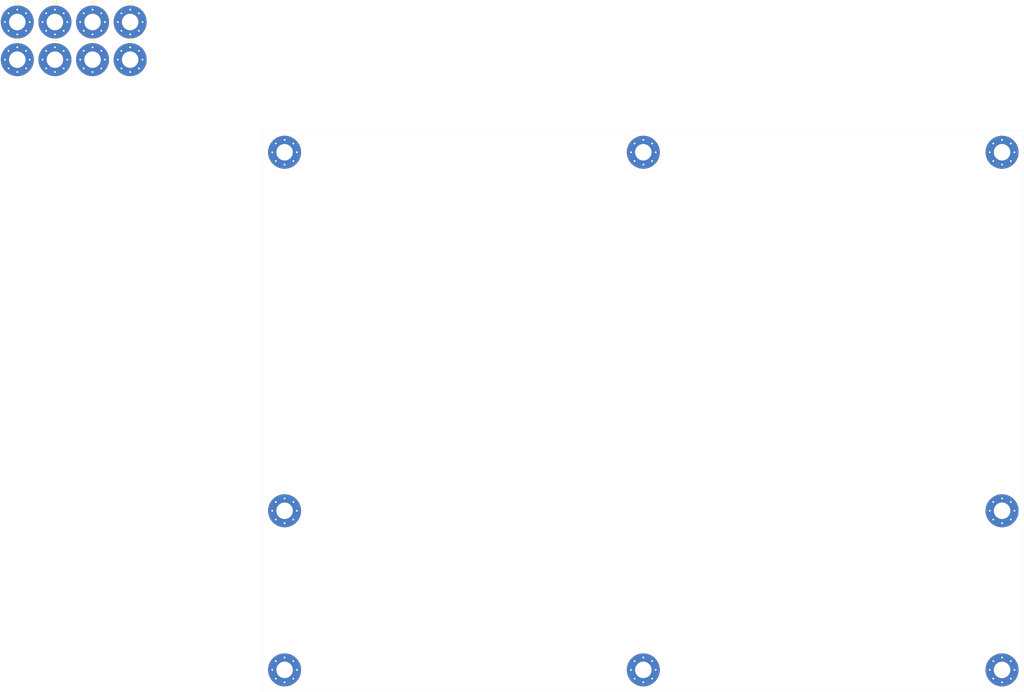
<source format=kicad_pcb>
(kicad_pcb (version 20240108) (generator "pcbnew") (generator_version "8.0")
  (layers (0 "F.Cu" signal) (31 "B.Cu" signal) (34 "B.Paste" user) (35 "F.Paste" user) (36 "B.SilkS" user "B.Silkscreen") (37 "F.SilkS" user "F.Silkscreen") (38 "B.Mask" user) (39 "F.Mask" user) (44 "Edge.Cuts" user))
  (net 0 "")
  (footprint "MountingHole:MountingHole_5.5mm_Pad_Via" (layer "F.Cu") (at 334.3148 168.8338)
    (property "Reference" "REF**" (hide yes))
    (property "Value" "MountingHole_5.5mm_Pad_Via" (hide yes))
    (pad "1" thru_hole circle (at -4.125 0) (size 0.9 0.9) (drill 0.6) (layers "*.Cu" "*.Mask"))
    (pad "1" thru_hole circle (at -2.926815 -2.926815) (size 0.9 0.9) (drill 0.6) (layers "*.Cu" "*.Mask"))
    (pad "1" thru_hole circle (at -2.926815 2.926815) (size 0.9 0.9) (drill 0.6) (layers "*.Cu" "*.Mask"))
    (pad "1" thru_hole circle (at 0 -4.125) (size 0.9 0.9) (drill 0.6) (layers "*.Cu" "*.Mask"))
    (pad "1" thru_hole circle (at 0 0) (size 11 11) (drill 5.5) (layers "*.Cu" "*.Mask"))
    (pad "1" thru_hole circle (at 0 4.125) (size 0.9 0.9) (drill 0.6) (layers "*.Cu" "*.Mask"))
    (pad "1" thru_hole circle (at 2.926815 -2.926815) (size 0.9 0.9) (drill 0.6) (layers "*.Cu" "*.Mask"))
    (pad "1" thru_hole circle (at 2.926815 2.926815) (size 0.9 0.9) (drill 0.6) (layers "*.Cu" "*.Mask"))
    (pad "1" thru_hole circle (at 4.125 0) (size 0.9 0.9) (drill 0.6) (layers "*.Cu" "*.Mask"))
  )
  (footprint "MountingHole:MountingHole_5.5mm_Pad_Via" (layer "F.Cu") (at 30.875 5.775)
    (property "Reference" "H5" (at 0 -6.5 0) (layer "F.SilkS"))
    (property "Value" "MountingHole")
    (pad "1" thru_hole circle (at -4.125 0) (size 0.9 0.9) (drill 0.6) (layers "*.Cu" "*.Mask"))
    (pad "1" thru_hole circle (at -2.926815 -2.926815) (size 0.9 0.9) (drill 0.6) (layers "*.Cu" "*.Mask"))
    (pad "1" thru_hole circle (at -2.926815 2.926815) (size 0.9 0.9) (drill 0.6) (layers "*.Cu" "*.Mask"))
    (pad "1" thru_hole circle (at 0 -4.125) (size 0.9 0.9) (drill 0.6) (layers "*.Cu" "*.Mask"))
    (pad "1" thru_hole circle (at 0 0) (size 11 11) (drill 5.5) (layers "*.Cu" "*.Mask"))
    (pad "1" thru_hole circle (at 0 4.125) (size 0.9 0.9) (drill 0.6) (layers "*.Cu" "*.Mask"))
    (pad "1" thru_hole circle (at 2.926815 -2.926815) (size 0.9 0.9) (drill 0.6) (layers "*.Cu" "*.Mask"))
    (pad "1" thru_hole circle (at 2.926815 2.926815) (size 0.9 0.9) (drill 0.6) (layers "*.Cu" "*.Mask"))
    (pad "1" thru_hole circle (at 4.125 0) (size 0.9 0.9) (drill 0.6) (layers "*.Cu" "*.Mask"))
  )
  (footprint "MountingHole:MountingHole_5.5mm_Pad_Via" (layer "F.Cu") (at 94.9452 49.2252)
    (property "Reference" "REF**" (hide yes))
    (property "Value" "MountingHole_5.5mm_Pad_Via" (hide yes))
    (pad "1" thru_hole circle (at -4.125 0) (size 0.9 0.9) (drill 0.6) (layers "*.Cu" "*.Mask"))
    (pad "1" thru_hole circle (at -2.926815 -2.926815) (size 0.9 0.9) (drill 0.6) (layers "*.Cu" "*.Mask"))
    (pad "1" thru_hole circle (at -2.926815 2.926815) (size 0.9 0.9) (drill 0.6) (layers "*.Cu" "*.Mask"))
    (pad "1" thru_hole circle (at 0 -4.125) (size 0.9 0.9) (drill 0.6) (layers "*.Cu" "*.Mask"))
    (pad "1" thru_hole circle (at 0 0) (size 11 11) (drill 5.5) (layers "*.Cu" "*.Mask"))
    (pad "1" thru_hole circle (at 0 4.125) (size 0.9 0.9) (drill 0.6) (layers "*.Cu" "*.Mask"))
    (pad "1" thru_hole circle (at 2.926815 -2.926815) (size 0.9 0.9) (drill 0.6) (layers "*.Cu" "*.Mask"))
    (pad "1" thru_hole circle (at 2.926815 2.926815) (size 0.9 0.9) (drill 0.6) (layers "*.Cu" "*.Mask"))
    (pad "1" thru_hole circle (at 4.125 0) (size 0.9 0.9) (drill 0.6) (layers "*.Cu" "*.Mask"))
  )
  (footprint "MountingHole:MountingHole_5.5mm_Pad_Via" (layer "F.Cu") (at 334.3148 49.2252)
    (property "Reference" "REF**" (hide yes))
    (property "Value" "MountingHole_5.5mm_Pad_Via" (hide yes))
    (pad "1" thru_hole circle (at -4.125 0) (size 0.9 0.9) (drill 0.6) (layers "*.Cu" "*.Mask"))
    (pad "1" thru_hole circle (at -2.926815 -2.926815) (size 0.9 0.9) (drill 0.6) (layers "*.Cu" "*.Mask"))
    (pad "1" thru_hole circle (at -2.926815 2.926815) (size 0.9 0.9) (drill 0.6) (layers "*.Cu" "*.Mask"))
    (pad "1" thru_hole circle (at 0 -4.125) (size 0.9 0.9) (drill 0.6) (layers "*.Cu" "*.Mask"))
    (pad "1" thru_hole circle (at 0 0) (size 11 11) (drill 5.5) (layers "*.Cu" "*.Mask"))
    (pad "1" thru_hole circle (at 0 4.125) (size 0.9 0.9) (drill 0.6) (layers "*.Cu" "*.Mask"))
    (pad "1" thru_hole circle (at 2.926815 -2.926815) (size 0.9 0.9) (drill 0.6) (layers "*.Cu" "*.Mask"))
    (pad "1" thru_hole circle (at 2.926815 2.926815) (size 0.9 0.9) (drill 0.6) (layers "*.Cu" "*.Mask"))
    (pad "1" thru_hole circle (at 4.125 0) (size 0.9 0.9) (drill 0.6) (layers "*.Cu" "*.Mask"))
  )
  (footprint "MountingHole:MountingHole_5.5mm_Pad_Via" (layer "F.Cu") (at 214.63 221.9198)
    (property "Reference" "REF**" (hide yes))
    (property "Value" "MountingHole_5.5mm_Pad_Via" (hide yes))
    (pad "1" thru_hole circle (at -4.125 0) (size 0.9 0.9) (drill 0.6) (layers "*.Cu" "*.Mask"))
    (pad "1" thru_hole circle (at -2.926815 -2.926815) (size 0.9 0.9) (drill 0.6) (layers "*.Cu" "*.Mask"))
    (pad "1" thru_hole circle (at -2.926815 2.926815) (size 0.9 0.9) (drill 0.6) (layers "*.Cu" "*.Mask"))
    (pad "1" thru_hole circle (at 0 -4.125) (size 0.9 0.9) (drill 0.6) (layers "*.Cu" "*.Mask"))
    (pad "1" thru_hole circle (at 0 0) (size 11 11) (drill 5.5) (layers "*.Cu" "*.Mask"))
    (pad "1" thru_hole circle (at 0 4.125) (size 0.9 0.9) (drill 0.6) (layers "*.Cu" "*.Mask"))
    (pad "1" thru_hole circle (at 2.926815 -2.926815) (size 0.9 0.9) (drill 0.6) (layers "*.Cu" "*.Mask"))
    (pad "1" thru_hole circle (at 2.926815 2.926815) (size 0.9 0.9) (drill 0.6) (layers "*.Cu" "*.Mask"))
    (pad "1" thru_hole circle (at 4.125 0) (size 0.9 0.9) (drill 0.6) (layers "*.Cu" "*.Mask"))
  )
  (footprint "MountingHole:MountingHole_5.5mm_Pad_Via" (layer "F.Cu") (at 214.63 49.2252)
    (property "Reference" "REF**" (hide yes))
    (property "Value" "MountingHole_5.5mm_Pad_Via" (hide yes))
    (pad "1" thru_hole circle (at -4.125 0) (size 0.9 0.9) (drill 0.6) (layers "*.Cu" "*.Mask"))
    (pad "1" thru_hole circle (at -2.926815 -2.926815) (size 0.9 0.9) (drill 0.6) (layers "*.Cu" "*.Mask"))
    (pad "1" thru_hole circle (at -2.926815 2.926815) (size 0.9 0.9) (drill 0.6) (layers "*.Cu" "*.Mask"))
    (pad "1" thru_hole circle (at 0 -4.125) (size 0.9 0.9) (drill 0.6) (layers "*.Cu" "*.Mask"))
    (pad "1" thru_hole circle (at 0 0) (size 11 11) (drill 5.5) (layers "*.Cu" "*.Mask"))
    (pad "1" thru_hole circle (at 0 4.125) (size 0.9 0.9) (drill 0.6) (layers "*.Cu" "*.Mask"))
    (pad "1" thru_hole circle (at 2.926815 -2.926815) (size 0.9 0.9) (drill 0.6) (layers "*.Cu" "*.Mask"))
    (pad "1" thru_hole circle (at 2.926815 2.926815) (size 0.9 0.9) (drill 0.6) (layers "*.Cu" "*.Mask"))
    (pad "1" thru_hole circle (at 4.125 0) (size 0.9 0.9) (drill 0.6) (layers "*.Cu" "*.Mask"))
  )
  (footprint "MountingHole:MountingHole_5.5mm_Pad_Via" (layer "F.Cu") (at 94.9452 168.8338)
    (property "Reference" "REF**" (hide yes))
    (property "Value" "MountingHole_5.5mm_Pad_Via" (hide yes))
    (pad "1" thru_hole circle (at -4.125 0) (size 0.9 0.9) (drill 0.6) (layers "*.Cu" "*.Mask"))
    (pad "1" thru_hole circle (at -2.926815 -2.926815) (size 0.9 0.9) (drill 0.6) (layers "*.Cu" "*.Mask"))
    (pad "1" thru_hole circle (at -2.926815 2.926815) (size 0.9 0.9) (drill 0.6) (layers "*.Cu" "*.Mask"))
    (pad "1" thru_hole circle (at 0 -4.125) (size 0.9 0.9) (drill 0.6) (layers "*.Cu" "*.Mask"))
    (pad "1" thru_hole circle (at 0 0) (size 11 11) (drill 5.5) (layers "*.Cu" "*.Mask"))
    (pad "1" thru_hole circle (at 0 4.125) (size 0.9 0.9) (drill 0.6) (layers "*.Cu" "*.Mask"))
    (pad "1" thru_hole circle (at 2.926815 -2.926815) (size 0.9 0.9) (drill 0.6) (layers "*.Cu" "*.Mask"))
    (pad "1" thru_hole circle (at 2.926815 2.926815) (size 0.9 0.9) (drill 0.6) (layers "*.Cu" "*.Mask"))
    (pad "1" thru_hole circle (at 4.125 0) (size 0.9 0.9) (drill 0.6) (layers "*.Cu" "*.Mask"))
  )
  (footprint "MountingHole:MountingHole_5.5mm_Pad_Via" (layer "F.Cu") (at 30.875 18.325)
    (property "Reference" "H6" (at 0 -6.5 0) (layer "F.SilkS"))
    (property "Value" "MountingHole")
    (pad "1" thru_hole circle (at -4.125 0) (size 0.9 0.9) (drill 0.6) (layers "*.Cu" "*.Mask"))
    (pad "1" thru_hole circle (at -2.926815 -2.926815) (size 0.9 0.9) (drill 0.6) (layers "*.Cu" "*.Mask"))
    (pad "1" thru_hole circle (at -2.926815 2.926815) (size 0.9 0.9) (drill 0.6) (layers "*.Cu" "*.Mask"))
    (pad "1" thru_hole circle (at 0 -4.125) (size 0.9 0.9) (drill 0.6) (layers "*.Cu" "*.Mask"))
    (pad "1" thru_hole circle (at 0 0) (size 11 11) (drill 5.5) (layers "*.Cu" "*.Mask"))
    (pad "1" thru_hole circle (at 0 4.125) (size 0.9 0.9) (drill 0.6) (layers "*.Cu" "*.Mask"))
    (pad "1" thru_hole circle (at 2.926815 -2.926815) (size 0.9 0.9) (drill 0.6) (layers "*.Cu" "*.Mask"))
    (pad "1" thru_hole circle (at 2.926815 2.926815) (size 0.9 0.9) (drill 0.6) (layers "*.Cu" "*.Mask"))
    (pad "1" thru_hole circle (at 4.125 0) (size 0.9 0.9) (drill 0.6) (layers "*.Cu" "*.Mask"))
  )
  (footprint "MountingHole:MountingHole_5.5mm_Pad_Via" (layer "F.Cu") (at 5.775 18.325)
    (property "Reference" "H2" (at 0 -6.5 0) (layer "F.SilkS"))
    (property "Value" "MountingHole")
    (pad "1" thru_hole circle (at -4.125 0) (size 0.9 0.9) (drill 0.6) (layers "*.Cu" "*.Mask"))
    (pad "1" thru_hole circle (at -2.926815 -2.926815) (size 0.9 0.9) (drill 0.6) (layers "*.Cu" "*.Mask"))
    (pad "1" thru_hole circle (at -2.926815 2.926815) (size 0.9 0.9) (drill 0.6) (layers "*.Cu" "*.Mask"))
    (pad "1" thru_hole circle (at 0 -4.125) (size 0.9 0.9) (drill 0.6) (layers "*.Cu" "*.Mask"))
    (pad "1" thru_hole circle (at 0 0) (size 11 11) (drill 5.5) (layers "*.Cu" "*.Mask"))
    (pad "1" thru_hole circle (at 0 4.125) (size 0.9 0.9) (drill 0.6) (layers "*.Cu" "*.Mask"))
    (pad "1" thru_hole circle (at 2.926815 -2.926815) (size 0.9 0.9) (drill 0.6) (layers "*.Cu" "*.Mask"))
    (pad "1" thru_hole circle (at 2.926815 2.926815) (size 0.9 0.9) (drill 0.6) (layers "*.Cu" "*.Mask"))
    (pad "1" thru_hole circle (at 4.125 0) (size 0.9 0.9) (drill 0.6) (layers "*.Cu" "*.Mask"))
  )
  (footprint "MountingHole:MountingHole_5.5mm_Pad_Via" (layer "F.Cu") (at 94.9452 221.9198)
    (property "Reference" "REF**" (hide yes))
    (property "Value" "MountingHole_5.5mm_Pad_Via" (hide yes))
    (pad "1" thru_hole circle (at -4.125 0) (size 0.9 0.9) (drill 0.6) (layers "*.Cu" "*.Mask"))
    (pad "1" thru_hole circle (at -2.926815 -2.926815) (size 0.9 0.9) (drill 0.6) (layers "*.Cu" "*.Mask"))
    (pad "1" thru_hole circle (at -2.926815 2.926815) (size 0.9 0.9) (drill 0.6) (layers "*.Cu" "*.Mask"))
    (pad "1" thru_hole circle (at 0 -4.125) (size 0.9 0.9) (drill 0.6) (layers "*.Cu" "*.Mask"))
    (pad "1" thru_hole circle (at 0 0) (size 11 11) (drill 5.5) (layers "*.Cu" "*.Mask"))
    (pad "1" thru_hole circle (at 0 4.125) (size 0.9 0.9) (drill 0.6) (layers "*.Cu" "*.Mask"))
    (pad "1" thru_hole circle (at 2.926815 -2.926815) (size 0.9 0.9) (drill 0.6) (layers "*.Cu" "*.Mask"))
    (pad "1" thru_hole circle (at 2.926815 2.926815) (size 0.9 0.9) (drill 0.6) (layers "*.Cu" "*.Mask"))
    (pad "1" thru_hole circle (at 4.125 0) (size 0.9 0.9) (drill 0.6) (layers "*.Cu" "*.Mask"))
  )
  (footprint "MountingHole:MountingHole_5.5mm_Pad_Via" (layer "F.Cu") (at 334.3148 221.9198)
    (property "Reference" "REF**" (hide yes))
    (property "Value" "MountingHole_5.5mm_Pad_Via" (hide yes))
    (pad "1" thru_hole circle (at -4.125 0) (size 0.9 0.9) (drill 0.6) (layers "*.Cu" "*.Mask"))
    (pad "1" thru_hole circle (at -2.926815 -2.926815) (size 0.9 0.9) (drill 0.6) (layers "*.Cu" "*.Mask"))
    (pad "1" thru_hole circle (at -2.926815 2.926815) (size 0.9 0.9) (drill 0.6) (layers "*.Cu" "*.Mask"))
    (pad "1" thru_hole circle (at 0 -4.125) (size 0.9 0.9) (drill 0.6) (layers "*.Cu" "*.Mask"))
    (pad "1" thru_hole circle (at 0 0) (size 11 11) (drill 5.5) (layers "*.Cu" "*.Mask"))
    (pad "1" thru_hole circle (at 0 4.125) (size 0.9 0.9) (drill 0.6) (layers "*.Cu" "*.Mask"))
    (pad "1" thru_hole circle (at 2.926815 -2.926815) (size 0.9 0.9) (drill 0.6) (layers "*.Cu" "*.Mask"))
    (pad "1" thru_hole circle (at 2.926815 2.926815) (size 0.9 0.9) (drill 0.6) (layers "*.Cu" "*.Mask"))
    (pad "1" thru_hole circle (at 4.125 0) (size 0.9 0.9) (drill 0.6) (layers "*.Cu" "*.Mask"))
  )
  (footprint "MountingHole:MountingHole_5.5mm_Pad_Via" (layer "F.Cu") (at 5.775 5.775)
    (property "Reference" "H1" (at 0 -6.5 0) (layer "F.SilkS"))
    (property "Value" "MountingHole")
    (pad "1" thru_hole circle (at -4.125 0) (size 0.9 0.9) (drill 0.6) (layers "*.Cu" "*.Mask"))
    (pad "1" thru_hole circle (at -2.926815 -2.926815) (size 0.9 0.9) (drill 0.6) (layers "*.Cu" "*.Mask"))
    (pad "1" thru_hole circle (at -2.926815 2.926815) (size 0.9 0.9) (drill 0.6) (layers "*.Cu" "*.Mask"))
    (pad "1" thru_hole circle (at 0 -4.125) (size 0.9 0.9) (drill 0.6) (layers "*.Cu" "*.Mask"))
    (pad "1" thru_hole circle (at 0 0) (size 11 11) (drill 5.5) (layers "*.Cu" "*.Mask"))
    (pad "1" thru_hole circle (at 0 4.125) (size 0.9 0.9) (drill 0.6) (layers "*.Cu" "*.Mask"))
    (pad "1" thru_hole circle (at 2.926815 -2.926815) (size 0.9 0.9) (drill 0.6) (layers "*.Cu" "*.Mask"))
    (pad "1" thru_hole circle (at 2.926815 2.926815) (size 0.9 0.9) (drill 0.6) (layers "*.Cu" "*.Mask"))
    (pad "1" thru_hole circle (at 4.125 0) (size 0.9 0.9) (drill 0.6) (layers "*.Cu" "*.Mask"))
  )
  (footprint "MountingHole:MountingHole_5.5mm_Pad_Via" (layer "F.Cu") (at 43.425 5.775)
    (property "Reference" "H7" (at 0 -6.5 0) (layer "F.SilkS"))
    (property "Value" "MountingHole")
    (pad "1" thru_hole circle (at -4.125 0) (size 0.9 0.9) (drill 0.6) (layers "*.Cu" "*.Mask"))
    (pad "1" thru_hole circle (at -2.926815 -2.926815) (size 0.9 0.9) (drill 0.6) (layers "*.Cu" "*.Mask"))
    (pad "1" thru_hole circle (at -2.926815 2.926815) (size 0.9 0.9) (drill 0.6) (layers "*.Cu" "*.Mask"))
    (pad "1" thru_hole circle (at 0 -4.125) (size 0.9 0.9) (drill 0.6) (layers "*.Cu" "*.Mask"))
    (pad "1" thru_hole circle (at 0 0) (size 11 11) (drill 5.5) (layers "*.Cu" "*.Mask"))
    (pad "1" thru_hole circle (at 0 4.125) (size 0.9 0.9) (drill 0.6) (layers "*.Cu" "*.Mask"))
    (pad "1" thru_hole circle (at 2.926815 -2.926815) (size 0.9 0.9) (drill 0.6) (layers "*.Cu" "*.Mask"))
    (pad "1" thru_hole circle (at 2.926815 2.926815) (size 0.9 0.9) (drill 0.6) (layers "*.Cu" "*.Mask"))
    (pad "1" thru_hole circle (at 4.125 0) (size 0.9 0.9) (drill 0.6) (layers "*.Cu" "*.Mask"))
  )
  (footprint "MountingHole:MountingHole_5.5mm_Pad_Via" (layer "F.Cu") (at 18.325 18.325)
    (property "Reference" "H4" (at 0 -6.5 0) (layer "F.SilkS"))
    (property "Value" "MountingHole")
    (pad "1" thru_hole circle (at -4.125 0) (size 0.9 0.9) (drill 0.6) (layers "*.Cu" "*.Mask"))
    (pad "1" thru_hole circle (at -2.926815 -2.926815) (size 0.9 0.9) (drill 0.6) (layers "*.Cu" "*.Mask"))
    (pad "1" thru_hole circle (at -2.926815 2.926815) (size 0.9 0.9) (drill 0.6) (layers "*.Cu" "*.Mask"))
    (pad "1" thru_hole circle (at 0 -4.125) (size 0.9 0.9) (drill 0.6) (layers "*.Cu" "*.Mask"))
    (pad "1" thru_hole circle (at 0 0) (size 11 11) (drill 5.5) (layers "*.Cu" "*.Mask"))
    (pad "1" thru_hole circle (at 0 4.125) (size 0.9 0.9) (drill 0.6) (layers "*.Cu" "*.Mask"))
    (pad "1" thru_hole circle (at 2.926815 -2.926815) (size 0.9 0.9) (drill 0.6) (layers "*.Cu" "*.Mask"))
    (pad "1" thru_hole circle (at 2.926815 2.926815) (size 0.9 0.9) (drill 0.6) (layers "*.Cu" "*.Mask"))
    (pad "1" thru_hole circle (at 4.125 0) (size 0.9 0.9) (drill 0.6) (layers "*.Cu" "*.Mask"))
  )
  (footprint "MountingHole:MountingHole_5.5mm_Pad_Via" (layer "F.Cu") (at 43.425 18.325)
    (property "Reference" "H8" (at 0 -6.5 0) (layer "F.SilkS"))
    (property "Value" "MountingHole")
    (pad "1" thru_hole circle (at -4.125 0) (size 0.9 0.9) (drill 0.6) (layers "*.Cu" "*.Mask"))
    (pad "1" thru_hole circle (at -2.926815 -2.926815) (size 0.9 0.9) (drill 0.6) (layers "*.Cu" "*.Mask"))
    (pad "1" thru_hole circle (at -2.926815 2.926815) (size 0.9 0.9) (drill 0.6) (layers "*.Cu" "*.Mask"))
    (pad "1" thru_hole circle (at 0 -4.125) (size 0.9 0.9) (drill 0.6) (layers "*.Cu" "*.Mask"))
    (pad "1" thru_hole circle (at 0 0) (size 11 11) (drill 5.5) (layers "*.Cu" "*.Mask"))
    (pad "1" thru_hole circle (at 0 4.125) (size 0.9 0.9) (drill 0.6) (layers "*.Cu" "*.Mask"))
    (pad "1" thru_hole circle (at 2.926815 -2.926815) (size 0.9 0.9) (drill 0.6) (layers "*.Cu" "*.Mask"))
    (pad "1" thru_hole circle (at 2.926815 2.926815) (size 0.9 0.9) (drill 0.6) (layers "*.Cu" "*.Mask"))
    (pad "1" thru_hole circle (at 4.125 0) (size 0.9 0.9) (drill 0.6) (layers "*.Cu" "*.Mask"))
  )
  (footprint "MountingHole:MountingHole_5.5mm_Pad_Via" (layer "F.Cu") (at 18.325 5.775)
    (property "Reference" "H3" (at 0 -6.5 0) (layer "F.SilkS"))
    (property "Value" "MountingHole")
    (pad "1" thru_hole circle (at -4.125 0) (size 0.9 0.9) (drill 0.6) (layers "*.Cu" "*.Mask"))
    (pad "1" thru_hole circle (at -2.926815 -2.926815) (size 0.9 0.9) (drill 0.6) (layers "*.Cu" "*.Mask"))
    (pad "1" thru_hole circle (at -2.926815 2.926815) (size 0.9 0.9) (drill 0.6) (layers "*.Cu" "*.Mask"))
    (pad "1" thru_hole circle (at 0 -4.125) (size 0.9 0.9) (drill 0.6) (layers "*.Cu" "*.Mask"))
    (pad "1" thru_hole circle (at 0 0) (size 11 11) (drill 5.5) (layers "*.Cu" "*.Mask"))
    (pad "1" thru_hole circle (at 0 4.125) (size 0.9 0.9) (drill 0.6) (layers "*.Cu" "*.Mask"))
    (pad "1" thru_hole circle (at 2.926815 -2.926815) (size 0.9 0.9) (drill 0.6) (layers "*.Cu" "*.Mask"))
    (pad "1" thru_hole circle (at 2.926815 2.926815) (size 0.9 0.9) (drill 0.6) (layers "*.Cu" "*.Mask"))
    (pad "1" thru_hole circle (at 4.125 0) (size 0.9 0.9) (drill 0.6) (layers "*.Cu" "*.Mask"))
  )
  (gr_rect (start 87.63 41.91) (end 341.63 229.235) (stroke (width 0.05)) (fill none) (layer "Edge.Cuts"))
)
</source>
